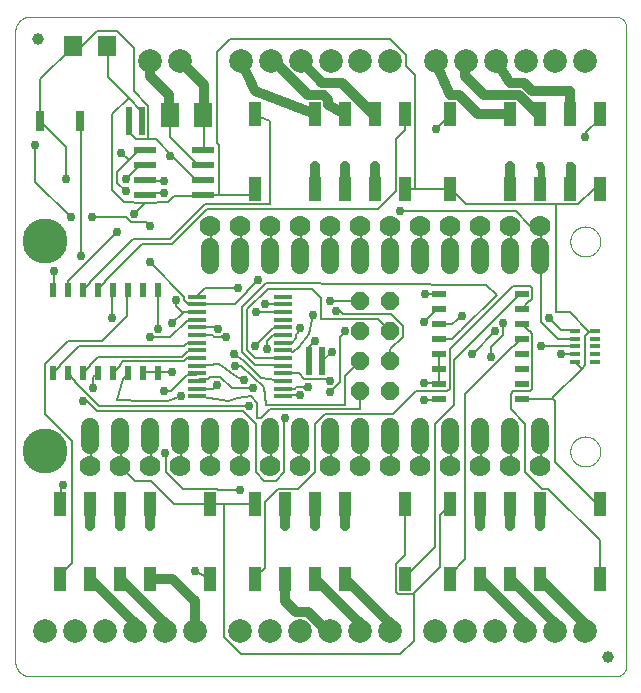
<source format=gtl>
G75*
%MOIN*%
%OFA0B0*%
%FSLAX25Y25*%
%IPPOS*%
%LPD*%
%AMOC8*
5,1,8,0,0,1.08239X$1,22.5*
%
%ADD10C,0.00000*%
%ADD11R,0.01969X0.09449*%
%ADD12R,0.03937X0.07874*%
%ADD13C,0.15000*%
%ADD14C,0.07000*%
%ADD15R,0.06299X0.07098*%
%ADD16R,0.06299X0.07874*%
%ADD17C,0.07874*%
%ADD18C,0.03937*%
%ADD19R,0.02362X0.04724*%
%ADD20R,0.04724X0.02362*%
%ADD21R,0.05906X0.01575*%
%ADD22R,0.07800X0.02200*%
%ADD23OC8,0.06000*%
%ADD24C,0.06000*%
%ADD25R,0.03543X0.01378*%
%ADD26R,0.03150X0.06693*%
%ADD27C,0.00800*%
%ADD28C,0.02978*%
%ADD29C,0.01600*%
%ADD30C,0.03200*%
%ADD31C,0.02400*%
D10*
X0005000Y0006000D02*
X0005000Y0216000D01*
X0005002Y0216139D01*
X0005008Y0216278D01*
X0005018Y0216417D01*
X0005031Y0216555D01*
X0005049Y0216693D01*
X0005070Y0216831D01*
X0005095Y0216968D01*
X0005124Y0217104D01*
X0005157Y0217239D01*
X0005194Y0217373D01*
X0005234Y0217507D01*
X0005278Y0217639D01*
X0005326Y0217769D01*
X0005378Y0217898D01*
X0005433Y0218026D01*
X0005491Y0218152D01*
X0005553Y0218277D01*
X0005619Y0218400D01*
X0005688Y0218521D01*
X0005760Y0218639D01*
X0005836Y0218756D01*
X0005915Y0218871D01*
X0005997Y0218983D01*
X0006082Y0219093D01*
X0006171Y0219201D01*
X0006262Y0219306D01*
X0006356Y0219408D01*
X0006453Y0219508D01*
X0006553Y0219605D01*
X0006655Y0219699D01*
X0006760Y0219790D01*
X0006868Y0219879D01*
X0006978Y0219964D01*
X0007090Y0220046D01*
X0007205Y0220125D01*
X0007322Y0220201D01*
X0007440Y0220273D01*
X0007561Y0220342D01*
X0007684Y0220408D01*
X0007809Y0220470D01*
X0007935Y0220528D01*
X0008063Y0220583D01*
X0008192Y0220635D01*
X0008322Y0220683D01*
X0008454Y0220727D01*
X0008588Y0220767D01*
X0008722Y0220804D01*
X0008857Y0220837D01*
X0008993Y0220866D01*
X0009130Y0220891D01*
X0009268Y0220912D01*
X0009406Y0220930D01*
X0009544Y0220943D01*
X0009683Y0220953D01*
X0009822Y0220959D01*
X0009961Y0220961D01*
X0205000Y0220961D01*
X0205119Y0220959D01*
X0205237Y0220953D01*
X0205355Y0220944D01*
X0205473Y0220931D01*
X0205591Y0220914D01*
X0205707Y0220893D01*
X0205824Y0220868D01*
X0205939Y0220840D01*
X0206053Y0220808D01*
X0206166Y0220772D01*
X0206278Y0220733D01*
X0206389Y0220691D01*
X0206498Y0220644D01*
X0206606Y0220594D01*
X0206712Y0220541D01*
X0206816Y0220485D01*
X0206919Y0220425D01*
X0207019Y0220362D01*
X0207117Y0220295D01*
X0207214Y0220226D01*
X0207308Y0220154D01*
X0207399Y0220078D01*
X0207488Y0220000D01*
X0207575Y0219919D01*
X0207659Y0219835D01*
X0207740Y0219748D01*
X0207818Y0219659D01*
X0207894Y0219568D01*
X0207966Y0219474D01*
X0208035Y0219377D01*
X0208102Y0219279D01*
X0208165Y0219179D01*
X0208225Y0219076D01*
X0208281Y0218972D01*
X0208334Y0218866D01*
X0208384Y0218758D01*
X0208431Y0218649D01*
X0208473Y0218538D01*
X0208512Y0218426D01*
X0208548Y0218313D01*
X0208580Y0218199D01*
X0208608Y0218084D01*
X0208633Y0217967D01*
X0208654Y0217851D01*
X0208671Y0217733D01*
X0208684Y0217615D01*
X0208693Y0217497D01*
X0208699Y0217379D01*
X0208701Y0217260D01*
X0208701Y0004701D01*
X0208699Y0004582D01*
X0208693Y0004464D01*
X0208684Y0004346D01*
X0208671Y0004228D01*
X0208654Y0004110D01*
X0208633Y0003994D01*
X0208608Y0003877D01*
X0208580Y0003762D01*
X0208548Y0003648D01*
X0208512Y0003535D01*
X0208473Y0003423D01*
X0208431Y0003312D01*
X0208384Y0003203D01*
X0208334Y0003095D01*
X0208281Y0002989D01*
X0208225Y0002885D01*
X0208165Y0002782D01*
X0208102Y0002682D01*
X0208035Y0002584D01*
X0207966Y0002487D01*
X0207894Y0002393D01*
X0207818Y0002302D01*
X0207740Y0002213D01*
X0207659Y0002126D01*
X0207575Y0002042D01*
X0207488Y0001961D01*
X0207399Y0001883D01*
X0207308Y0001807D01*
X0207214Y0001735D01*
X0207117Y0001666D01*
X0207019Y0001599D01*
X0206919Y0001536D01*
X0206816Y0001476D01*
X0206712Y0001420D01*
X0206606Y0001367D01*
X0206498Y0001317D01*
X0206389Y0001270D01*
X0206278Y0001228D01*
X0206166Y0001189D01*
X0206053Y0001153D01*
X0205939Y0001121D01*
X0205824Y0001093D01*
X0205707Y0001068D01*
X0205591Y0001047D01*
X0205473Y0001030D01*
X0205355Y0001017D01*
X0205237Y0001008D01*
X0205119Y0001002D01*
X0205000Y0001000D01*
X0010000Y0001000D01*
X0009860Y0001002D01*
X0009720Y0001008D01*
X0009580Y0001018D01*
X0009440Y0001031D01*
X0009301Y0001049D01*
X0009162Y0001071D01*
X0009025Y0001096D01*
X0008887Y0001125D01*
X0008751Y0001158D01*
X0008616Y0001195D01*
X0008482Y0001236D01*
X0008349Y0001281D01*
X0008217Y0001329D01*
X0008087Y0001381D01*
X0007958Y0001436D01*
X0007831Y0001495D01*
X0007705Y0001558D01*
X0007581Y0001624D01*
X0007460Y0001693D01*
X0007340Y0001766D01*
X0007222Y0001843D01*
X0007107Y0001922D01*
X0006993Y0002005D01*
X0006883Y0002091D01*
X0006774Y0002180D01*
X0006668Y0002272D01*
X0006565Y0002367D01*
X0006464Y0002464D01*
X0006367Y0002565D01*
X0006272Y0002668D01*
X0006180Y0002774D01*
X0006091Y0002883D01*
X0006005Y0002993D01*
X0005922Y0003107D01*
X0005843Y0003222D01*
X0005766Y0003340D01*
X0005693Y0003460D01*
X0005624Y0003581D01*
X0005558Y0003705D01*
X0005495Y0003831D01*
X0005436Y0003958D01*
X0005381Y0004087D01*
X0005329Y0004217D01*
X0005281Y0004349D01*
X0005236Y0004482D01*
X0005195Y0004616D01*
X0005158Y0004751D01*
X0005125Y0004887D01*
X0005096Y0005025D01*
X0005071Y0005162D01*
X0005049Y0005301D01*
X0005031Y0005440D01*
X0005018Y0005580D01*
X0005008Y0005720D01*
X0005002Y0005860D01*
X0005000Y0006000D01*
X0190000Y0076000D02*
X0190002Y0076141D01*
X0190008Y0076282D01*
X0190018Y0076422D01*
X0190032Y0076562D01*
X0190050Y0076702D01*
X0190071Y0076841D01*
X0190097Y0076980D01*
X0190126Y0077118D01*
X0190160Y0077254D01*
X0190197Y0077390D01*
X0190238Y0077525D01*
X0190283Y0077659D01*
X0190332Y0077791D01*
X0190384Y0077922D01*
X0190440Y0078051D01*
X0190500Y0078178D01*
X0190563Y0078304D01*
X0190629Y0078428D01*
X0190700Y0078551D01*
X0190773Y0078671D01*
X0190850Y0078789D01*
X0190930Y0078905D01*
X0191014Y0079018D01*
X0191100Y0079129D01*
X0191190Y0079238D01*
X0191283Y0079344D01*
X0191378Y0079447D01*
X0191477Y0079548D01*
X0191578Y0079646D01*
X0191682Y0079741D01*
X0191789Y0079833D01*
X0191898Y0079922D01*
X0192010Y0080007D01*
X0192124Y0080090D01*
X0192240Y0080170D01*
X0192359Y0080246D01*
X0192480Y0080318D01*
X0192602Y0080388D01*
X0192727Y0080453D01*
X0192853Y0080516D01*
X0192981Y0080574D01*
X0193111Y0080629D01*
X0193242Y0080681D01*
X0193375Y0080728D01*
X0193509Y0080772D01*
X0193644Y0080813D01*
X0193780Y0080849D01*
X0193917Y0080881D01*
X0194055Y0080910D01*
X0194193Y0080935D01*
X0194333Y0080955D01*
X0194473Y0080972D01*
X0194613Y0080985D01*
X0194754Y0080994D01*
X0194894Y0080999D01*
X0195035Y0081000D01*
X0195176Y0080997D01*
X0195317Y0080990D01*
X0195457Y0080979D01*
X0195597Y0080964D01*
X0195737Y0080945D01*
X0195876Y0080923D01*
X0196014Y0080896D01*
X0196152Y0080866D01*
X0196288Y0080831D01*
X0196424Y0080793D01*
X0196558Y0080751D01*
X0196692Y0080705D01*
X0196824Y0080656D01*
X0196954Y0080602D01*
X0197083Y0080545D01*
X0197210Y0080485D01*
X0197336Y0080421D01*
X0197459Y0080353D01*
X0197581Y0080282D01*
X0197701Y0080208D01*
X0197818Y0080130D01*
X0197933Y0080049D01*
X0198046Y0079965D01*
X0198157Y0079878D01*
X0198265Y0079787D01*
X0198370Y0079694D01*
X0198473Y0079597D01*
X0198573Y0079498D01*
X0198670Y0079396D01*
X0198764Y0079291D01*
X0198855Y0079184D01*
X0198943Y0079074D01*
X0199028Y0078962D01*
X0199110Y0078847D01*
X0199189Y0078730D01*
X0199264Y0078611D01*
X0199336Y0078490D01*
X0199404Y0078367D01*
X0199469Y0078242D01*
X0199531Y0078115D01*
X0199588Y0077986D01*
X0199643Y0077856D01*
X0199693Y0077725D01*
X0199740Y0077592D01*
X0199783Y0077458D01*
X0199822Y0077322D01*
X0199857Y0077186D01*
X0199889Y0077049D01*
X0199916Y0076911D01*
X0199940Y0076772D01*
X0199960Y0076632D01*
X0199976Y0076492D01*
X0199988Y0076352D01*
X0199996Y0076211D01*
X0200000Y0076070D01*
X0200000Y0075930D01*
X0199996Y0075789D01*
X0199988Y0075648D01*
X0199976Y0075508D01*
X0199960Y0075368D01*
X0199940Y0075228D01*
X0199916Y0075089D01*
X0199889Y0074951D01*
X0199857Y0074814D01*
X0199822Y0074678D01*
X0199783Y0074542D01*
X0199740Y0074408D01*
X0199693Y0074275D01*
X0199643Y0074144D01*
X0199588Y0074014D01*
X0199531Y0073885D01*
X0199469Y0073758D01*
X0199404Y0073633D01*
X0199336Y0073510D01*
X0199264Y0073389D01*
X0199189Y0073270D01*
X0199110Y0073153D01*
X0199028Y0073038D01*
X0198943Y0072926D01*
X0198855Y0072816D01*
X0198764Y0072709D01*
X0198670Y0072604D01*
X0198573Y0072502D01*
X0198473Y0072403D01*
X0198370Y0072306D01*
X0198265Y0072213D01*
X0198157Y0072122D01*
X0198046Y0072035D01*
X0197933Y0071951D01*
X0197818Y0071870D01*
X0197701Y0071792D01*
X0197581Y0071718D01*
X0197459Y0071647D01*
X0197336Y0071579D01*
X0197210Y0071515D01*
X0197083Y0071455D01*
X0196954Y0071398D01*
X0196824Y0071344D01*
X0196692Y0071295D01*
X0196558Y0071249D01*
X0196424Y0071207D01*
X0196288Y0071169D01*
X0196152Y0071134D01*
X0196014Y0071104D01*
X0195876Y0071077D01*
X0195737Y0071055D01*
X0195597Y0071036D01*
X0195457Y0071021D01*
X0195317Y0071010D01*
X0195176Y0071003D01*
X0195035Y0071000D01*
X0194894Y0071001D01*
X0194754Y0071006D01*
X0194613Y0071015D01*
X0194473Y0071028D01*
X0194333Y0071045D01*
X0194193Y0071065D01*
X0194055Y0071090D01*
X0193917Y0071119D01*
X0193780Y0071151D01*
X0193644Y0071187D01*
X0193509Y0071228D01*
X0193375Y0071272D01*
X0193242Y0071319D01*
X0193111Y0071371D01*
X0192981Y0071426D01*
X0192853Y0071484D01*
X0192727Y0071547D01*
X0192602Y0071612D01*
X0192480Y0071682D01*
X0192359Y0071754D01*
X0192240Y0071830D01*
X0192124Y0071910D01*
X0192010Y0071993D01*
X0191898Y0072078D01*
X0191789Y0072167D01*
X0191682Y0072259D01*
X0191578Y0072354D01*
X0191477Y0072452D01*
X0191378Y0072553D01*
X0191283Y0072656D01*
X0191190Y0072762D01*
X0191100Y0072871D01*
X0191014Y0072982D01*
X0190930Y0073095D01*
X0190850Y0073211D01*
X0190773Y0073329D01*
X0190700Y0073449D01*
X0190629Y0073572D01*
X0190563Y0073696D01*
X0190500Y0073822D01*
X0190440Y0073949D01*
X0190384Y0074078D01*
X0190332Y0074209D01*
X0190283Y0074341D01*
X0190238Y0074475D01*
X0190197Y0074610D01*
X0190160Y0074746D01*
X0190126Y0074882D01*
X0190097Y0075020D01*
X0190071Y0075159D01*
X0190050Y0075298D01*
X0190032Y0075438D01*
X0190018Y0075578D01*
X0190008Y0075718D01*
X0190002Y0075859D01*
X0190000Y0076000D01*
X0190000Y0146000D02*
X0190002Y0146141D01*
X0190008Y0146282D01*
X0190018Y0146422D01*
X0190032Y0146562D01*
X0190050Y0146702D01*
X0190071Y0146841D01*
X0190097Y0146980D01*
X0190126Y0147118D01*
X0190160Y0147254D01*
X0190197Y0147390D01*
X0190238Y0147525D01*
X0190283Y0147659D01*
X0190332Y0147791D01*
X0190384Y0147922D01*
X0190440Y0148051D01*
X0190500Y0148178D01*
X0190563Y0148304D01*
X0190629Y0148428D01*
X0190700Y0148551D01*
X0190773Y0148671D01*
X0190850Y0148789D01*
X0190930Y0148905D01*
X0191014Y0149018D01*
X0191100Y0149129D01*
X0191190Y0149238D01*
X0191283Y0149344D01*
X0191378Y0149447D01*
X0191477Y0149548D01*
X0191578Y0149646D01*
X0191682Y0149741D01*
X0191789Y0149833D01*
X0191898Y0149922D01*
X0192010Y0150007D01*
X0192124Y0150090D01*
X0192240Y0150170D01*
X0192359Y0150246D01*
X0192480Y0150318D01*
X0192602Y0150388D01*
X0192727Y0150453D01*
X0192853Y0150516D01*
X0192981Y0150574D01*
X0193111Y0150629D01*
X0193242Y0150681D01*
X0193375Y0150728D01*
X0193509Y0150772D01*
X0193644Y0150813D01*
X0193780Y0150849D01*
X0193917Y0150881D01*
X0194055Y0150910D01*
X0194193Y0150935D01*
X0194333Y0150955D01*
X0194473Y0150972D01*
X0194613Y0150985D01*
X0194754Y0150994D01*
X0194894Y0150999D01*
X0195035Y0151000D01*
X0195176Y0150997D01*
X0195317Y0150990D01*
X0195457Y0150979D01*
X0195597Y0150964D01*
X0195737Y0150945D01*
X0195876Y0150923D01*
X0196014Y0150896D01*
X0196152Y0150866D01*
X0196288Y0150831D01*
X0196424Y0150793D01*
X0196558Y0150751D01*
X0196692Y0150705D01*
X0196824Y0150656D01*
X0196954Y0150602D01*
X0197083Y0150545D01*
X0197210Y0150485D01*
X0197336Y0150421D01*
X0197459Y0150353D01*
X0197581Y0150282D01*
X0197701Y0150208D01*
X0197818Y0150130D01*
X0197933Y0150049D01*
X0198046Y0149965D01*
X0198157Y0149878D01*
X0198265Y0149787D01*
X0198370Y0149694D01*
X0198473Y0149597D01*
X0198573Y0149498D01*
X0198670Y0149396D01*
X0198764Y0149291D01*
X0198855Y0149184D01*
X0198943Y0149074D01*
X0199028Y0148962D01*
X0199110Y0148847D01*
X0199189Y0148730D01*
X0199264Y0148611D01*
X0199336Y0148490D01*
X0199404Y0148367D01*
X0199469Y0148242D01*
X0199531Y0148115D01*
X0199588Y0147986D01*
X0199643Y0147856D01*
X0199693Y0147725D01*
X0199740Y0147592D01*
X0199783Y0147458D01*
X0199822Y0147322D01*
X0199857Y0147186D01*
X0199889Y0147049D01*
X0199916Y0146911D01*
X0199940Y0146772D01*
X0199960Y0146632D01*
X0199976Y0146492D01*
X0199988Y0146352D01*
X0199996Y0146211D01*
X0200000Y0146070D01*
X0200000Y0145930D01*
X0199996Y0145789D01*
X0199988Y0145648D01*
X0199976Y0145508D01*
X0199960Y0145368D01*
X0199940Y0145228D01*
X0199916Y0145089D01*
X0199889Y0144951D01*
X0199857Y0144814D01*
X0199822Y0144678D01*
X0199783Y0144542D01*
X0199740Y0144408D01*
X0199693Y0144275D01*
X0199643Y0144144D01*
X0199588Y0144014D01*
X0199531Y0143885D01*
X0199469Y0143758D01*
X0199404Y0143633D01*
X0199336Y0143510D01*
X0199264Y0143389D01*
X0199189Y0143270D01*
X0199110Y0143153D01*
X0199028Y0143038D01*
X0198943Y0142926D01*
X0198855Y0142816D01*
X0198764Y0142709D01*
X0198670Y0142604D01*
X0198573Y0142502D01*
X0198473Y0142403D01*
X0198370Y0142306D01*
X0198265Y0142213D01*
X0198157Y0142122D01*
X0198046Y0142035D01*
X0197933Y0141951D01*
X0197818Y0141870D01*
X0197701Y0141792D01*
X0197581Y0141718D01*
X0197459Y0141647D01*
X0197336Y0141579D01*
X0197210Y0141515D01*
X0197083Y0141455D01*
X0196954Y0141398D01*
X0196824Y0141344D01*
X0196692Y0141295D01*
X0196558Y0141249D01*
X0196424Y0141207D01*
X0196288Y0141169D01*
X0196152Y0141134D01*
X0196014Y0141104D01*
X0195876Y0141077D01*
X0195737Y0141055D01*
X0195597Y0141036D01*
X0195457Y0141021D01*
X0195317Y0141010D01*
X0195176Y0141003D01*
X0195035Y0141000D01*
X0194894Y0141001D01*
X0194754Y0141006D01*
X0194613Y0141015D01*
X0194473Y0141028D01*
X0194333Y0141045D01*
X0194193Y0141065D01*
X0194055Y0141090D01*
X0193917Y0141119D01*
X0193780Y0141151D01*
X0193644Y0141187D01*
X0193509Y0141228D01*
X0193375Y0141272D01*
X0193242Y0141319D01*
X0193111Y0141371D01*
X0192981Y0141426D01*
X0192853Y0141484D01*
X0192727Y0141547D01*
X0192602Y0141612D01*
X0192480Y0141682D01*
X0192359Y0141754D01*
X0192240Y0141830D01*
X0192124Y0141910D01*
X0192010Y0141993D01*
X0191898Y0142078D01*
X0191789Y0142167D01*
X0191682Y0142259D01*
X0191578Y0142354D01*
X0191477Y0142452D01*
X0191378Y0142553D01*
X0191283Y0142656D01*
X0191190Y0142762D01*
X0191100Y0142871D01*
X0191014Y0142982D01*
X0190930Y0143095D01*
X0190850Y0143211D01*
X0190773Y0143329D01*
X0190700Y0143449D01*
X0190629Y0143572D01*
X0190563Y0143696D01*
X0190500Y0143822D01*
X0190440Y0143949D01*
X0190384Y0144078D01*
X0190332Y0144209D01*
X0190283Y0144341D01*
X0190238Y0144475D01*
X0190197Y0144610D01*
X0190160Y0144746D01*
X0190126Y0144882D01*
X0190097Y0145020D01*
X0190071Y0145159D01*
X0190050Y0145298D01*
X0190032Y0145438D01*
X0190018Y0145578D01*
X0190008Y0145718D01*
X0190002Y0145859D01*
X0190000Y0146000D01*
D11*
X0107165Y0106000D03*
X0102835Y0106000D03*
X0047165Y0186000D03*
X0042835Y0186000D03*
D12*
X0085000Y0188382D03*
X0105000Y0188382D03*
X0115000Y0188382D03*
X0125000Y0188382D03*
X0135000Y0188382D03*
X0150000Y0188382D03*
X0170000Y0188382D03*
X0180000Y0188382D03*
X0190000Y0188382D03*
X0200000Y0188382D03*
X0200000Y0163618D03*
X0190000Y0163618D03*
X0180000Y0163618D03*
X0170000Y0163618D03*
X0150000Y0163618D03*
X0135000Y0163618D03*
X0125000Y0163618D03*
X0115000Y0163618D03*
X0105000Y0163618D03*
X0085000Y0163618D03*
X0085000Y0058382D03*
X0095000Y0058382D03*
X0105000Y0058382D03*
X0115000Y0058382D03*
X0135000Y0058382D03*
X0150000Y0058382D03*
X0160000Y0058382D03*
X0170000Y0058382D03*
X0180000Y0058382D03*
X0200000Y0058382D03*
X0200000Y0033618D03*
X0180000Y0033618D03*
X0170000Y0033618D03*
X0160000Y0033618D03*
X0150000Y0033618D03*
X0135000Y0033618D03*
X0115000Y0033618D03*
X0105000Y0033618D03*
X0095000Y0033618D03*
X0085000Y0033618D03*
X0070000Y0033618D03*
X0050000Y0033618D03*
X0040000Y0033618D03*
X0030000Y0033618D03*
X0020000Y0033618D03*
X0020000Y0058382D03*
X0030000Y0058382D03*
X0040000Y0058382D03*
X0050000Y0058382D03*
X0070000Y0058382D03*
D13*
X0015000Y0076000D03*
X0015000Y0146000D03*
D14*
X0070000Y0151000D03*
X0080000Y0151000D03*
X0090000Y0151000D03*
X0100000Y0151000D03*
X0110000Y0151000D03*
X0120000Y0151000D03*
X0130000Y0151000D03*
X0140000Y0151000D03*
X0150000Y0151000D03*
X0160000Y0151000D03*
X0170000Y0151000D03*
X0180000Y0151000D03*
X0180000Y0071000D03*
X0170000Y0071000D03*
X0160000Y0071000D03*
X0150000Y0071000D03*
X0140000Y0071000D03*
X0130000Y0071000D03*
X0120000Y0071000D03*
X0110000Y0071000D03*
X0100000Y0071000D03*
X0090000Y0071000D03*
X0080000Y0071000D03*
X0070000Y0071000D03*
X0060000Y0071000D03*
X0050000Y0071000D03*
X0040000Y0071000D03*
X0030000Y0071000D03*
D15*
X0024402Y0211000D03*
X0035598Y0211000D03*
D16*
X0056488Y0188000D03*
X0067512Y0188000D03*
D17*
X0060000Y0206000D03*
X0050000Y0206000D03*
X0080118Y0206000D03*
X0090118Y0206000D03*
X0100118Y0206000D03*
X0110118Y0206000D03*
X0120000Y0206000D03*
X0130000Y0206000D03*
X0145118Y0206000D03*
X0155118Y0206000D03*
X0165118Y0206000D03*
X0175118Y0206000D03*
X0185000Y0206000D03*
X0195000Y0206000D03*
X0194882Y0016000D03*
X0184882Y0016000D03*
X0174882Y0016000D03*
X0164882Y0016000D03*
X0155000Y0016000D03*
X0145000Y0016000D03*
X0129882Y0016000D03*
X0119882Y0016000D03*
X0109882Y0016000D03*
X0099882Y0016000D03*
X0090000Y0016000D03*
X0080000Y0016000D03*
X0064882Y0016000D03*
X0054882Y0016000D03*
X0044882Y0016000D03*
X0034882Y0016000D03*
X0025000Y0016000D03*
X0015000Y0016000D03*
D18*
X0202500Y0007500D03*
X0012500Y0213500D03*
D19*
X0017500Y0129780D03*
X0022500Y0129780D03*
X0027500Y0129780D03*
X0032500Y0129780D03*
X0037500Y0129780D03*
X0042500Y0129780D03*
X0047500Y0129780D03*
X0052500Y0129780D03*
X0052500Y0102220D03*
X0047500Y0102220D03*
X0042500Y0102220D03*
X0037500Y0102220D03*
X0032500Y0102220D03*
X0027500Y0102220D03*
X0022500Y0102220D03*
X0017500Y0102220D03*
D20*
X0146220Y0103500D03*
X0146220Y0098500D03*
X0146220Y0093500D03*
X0146220Y0108500D03*
X0146220Y0113500D03*
X0146220Y0118500D03*
X0146220Y0123500D03*
X0146220Y0128500D03*
X0173780Y0128500D03*
X0173780Y0123500D03*
X0173780Y0118500D03*
X0173780Y0113500D03*
X0173780Y0108500D03*
X0173780Y0103500D03*
X0173780Y0098500D03*
X0173780Y0093500D03*
D21*
X0094272Y0094366D03*
X0094272Y0096925D03*
X0094272Y0099484D03*
X0094272Y0102043D03*
X0094272Y0104602D03*
X0094272Y0107161D03*
X0094272Y0109720D03*
X0094272Y0112280D03*
X0094272Y0114839D03*
X0094272Y0117398D03*
X0094272Y0119957D03*
X0094272Y0122516D03*
X0094272Y0125075D03*
X0094272Y0127634D03*
X0065728Y0127634D03*
X0065728Y0125075D03*
X0065728Y0122516D03*
X0065728Y0119957D03*
X0065728Y0117398D03*
X0065728Y0114839D03*
X0065728Y0112280D03*
X0065728Y0109720D03*
X0065728Y0107161D03*
X0065728Y0104602D03*
X0065728Y0102043D03*
X0065728Y0099484D03*
X0065728Y0096925D03*
X0065728Y0094366D03*
D22*
X0067700Y0161500D03*
X0067700Y0166500D03*
X0067700Y0171500D03*
X0067700Y0176500D03*
X0048300Y0176500D03*
X0048300Y0171500D03*
X0048300Y0166500D03*
X0048300Y0161500D03*
D23*
X0120000Y0126000D03*
X0120000Y0116000D03*
X0130000Y0116000D03*
X0130000Y0126000D03*
X0130000Y0106000D03*
X0130000Y0096000D03*
X0120000Y0096000D03*
X0120000Y0106000D03*
D24*
X0120000Y0084000D02*
X0120000Y0078000D01*
X0130000Y0078000D02*
X0130000Y0084000D01*
X0140000Y0084000D02*
X0140000Y0078000D01*
X0150000Y0078000D02*
X0150000Y0084000D01*
X0160000Y0084000D02*
X0160000Y0078000D01*
X0170000Y0078000D02*
X0170000Y0084000D01*
X0180000Y0084000D02*
X0180000Y0078000D01*
X0180000Y0138000D02*
X0180000Y0144000D01*
X0170000Y0144000D02*
X0170000Y0138000D01*
X0160000Y0138000D02*
X0160000Y0144000D01*
X0150000Y0144000D02*
X0150000Y0138000D01*
X0140000Y0138000D02*
X0140000Y0144000D01*
X0130000Y0144000D02*
X0130000Y0138000D01*
X0120000Y0138000D02*
X0120000Y0144000D01*
X0110000Y0144000D02*
X0110000Y0138000D01*
X0100000Y0138000D02*
X0100000Y0144000D01*
X0090000Y0144000D02*
X0090000Y0138000D01*
X0080000Y0138000D02*
X0080000Y0144000D01*
X0070000Y0144000D02*
X0070000Y0138000D01*
X0070000Y0084000D02*
X0070000Y0078000D01*
X0060000Y0078000D02*
X0060000Y0084000D01*
X0050000Y0084000D02*
X0050000Y0078000D01*
X0040000Y0078000D02*
X0040000Y0084000D01*
X0030000Y0084000D02*
X0030000Y0078000D01*
X0080000Y0078000D02*
X0080000Y0084000D01*
X0090000Y0084000D02*
X0090000Y0078000D01*
X0100000Y0078000D02*
X0100000Y0084000D01*
X0110000Y0084000D02*
X0110000Y0078000D01*
D25*
X0191654Y0105961D03*
X0191654Y0108480D03*
X0191654Y0111000D03*
X0191654Y0113520D03*
X0191654Y0116039D03*
X0198346Y0116039D03*
X0198346Y0113520D03*
X0198346Y0111000D03*
X0198346Y0108480D03*
X0198346Y0105961D03*
D26*
X0026693Y0186000D03*
X0013307Y0186000D03*
D27*
X0013400Y0186000D01*
X0021800Y0177600D01*
X0021800Y0166800D01*
X0011511Y0165989D02*
X0011511Y0178000D01*
X0013400Y0186000D02*
X0013400Y0200000D01*
X0024200Y0210800D01*
X0024402Y0211000D01*
X0024600Y0211200D01*
X0027400Y0211200D01*
X0032200Y0216000D01*
X0039000Y0216000D01*
X0044600Y0210400D01*
X0044600Y0196000D01*
X0049400Y0191200D01*
X0049400Y0180000D01*
X0051800Y0180000D01*
X0057200Y0174600D01*
X0057000Y0174400D01*
X0056600Y0174400D01*
X0057200Y0174600D02*
X0065000Y0166800D01*
X0067400Y0166800D01*
X0067700Y0166500D01*
X0067700Y0171500D02*
X0067400Y0171600D01*
X0065800Y0171600D01*
X0056600Y0180800D01*
X0056600Y0188000D01*
X0056488Y0188000D01*
X0056200Y0188000D01*
X0049400Y0180000D02*
X0045400Y0180000D01*
X0043000Y0182400D01*
X0043000Y0186000D01*
X0042835Y0186000D01*
X0047000Y0186000D02*
X0047000Y0189600D01*
X0042800Y0193800D01*
X0037400Y0188400D01*
X0037400Y0163200D01*
X0041400Y0159200D01*
X0048100Y0158700D01*
X0044600Y0155100D01*
X0043486Y0152411D02*
X0041897Y0154000D01*
X0030500Y0154000D01*
X0023500Y0154000D02*
X0011511Y0165989D01*
X0026693Y0186000D02*
X0027000Y0186000D01*
X0027000Y0141200D01*
X0029800Y0132400D02*
X0044200Y0146800D01*
X0056600Y0146800D01*
X0067900Y0158100D01*
X0068037Y0158100D01*
X0068337Y0158400D01*
X0090000Y0158400D01*
X0090000Y0186000D01*
X0085000Y0188000D01*
X0085000Y0188382D01*
X0073000Y0178000D02*
X0073000Y0161600D01*
X0067800Y0161600D01*
X0067700Y0161500D01*
X0067400Y0161200D01*
X0057800Y0161200D01*
X0055800Y0159200D01*
X0048100Y0158700D01*
X0048300Y0161500D02*
X0048600Y0161600D01*
X0049000Y0162000D01*
X0054600Y0162000D01*
X0054600Y0166000D02*
X0049000Y0166000D01*
X0048600Y0166400D01*
X0048300Y0166500D01*
X0048200Y0171200D02*
X0048300Y0171500D01*
X0048200Y0171200D02*
X0046200Y0171200D01*
X0041800Y0166800D01*
X0039000Y0165600D02*
X0041800Y0162800D01*
X0039000Y0165600D02*
X0039000Y0169200D01*
X0042800Y0173000D01*
X0040200Y0175600D01*
X0042800Y0173000D02*
X0046200Y0176400D01*
X0048200Y0176400D01*
X0048300Y0176500D01*
X0047165Y0186000D02*
X0047000Y0186000D01*
X0042800Y0193800D02*
X0035800Y0200800D01*
X0035800Y0210800D01*
X0035598Y0211000D01*
X0067400Y0188000D02*
X0067512Y0188000D01*
X0067800Y0188000D01*
X0067800Y0176800D01*
X0067700Y0176500D01*
X0072200Y0178800D02*
X0073000Y0178000D01*
X0072200Y0178800D02*
X0072200Y0209200D01*
X0076600Y0213600D01*
X0129800Y0213600D01*
X0135400Y0208000D01*
X0135400Y0204400D01*
X0138200Y0201600D01*
X0138200Y0163600D01*
X0135000Y0163600D01*
X0135000Y0163618D01*
X0138200Y0163600D02*
X0149800Y0163600D01*
X0150000Y0163618D01*
X0150200Y0163600D01*
X0155400Y0158400D01*
X0185400Y0158400D01*
X0185400Y0122400D01*
X0189800Y0122400D01*
X0196400Y0115800D01*
X0196600Y0116000D01*
X0198200Y0116000D01*
X0198346Y0116039D01*
X0196400Y0115800D02*
X0195000Y0114400D01*
X0195000Y0104800D01*
X0193800Y0103600D01*
X0191800Y0105600D01*
X0191654Y0105961D01*
X0191400Y0108400D02*
X0191654Y0108480D01*
X0191400Y0108400D02*
X0187000Y0108400D01*
X0191400Y0111200D02*
X0191654Y0111000D01*
X0191400Y0111200D02*
X0180200Y0111200D01*
X0177400Y0115200D02*
X0177400Y0096800D01*
X0176600Y0096000D01*
X0171000Y0096000D01*
X0170200Y0095200D01*
X0170200Y0090000D01*
X0175000Y0085200D01*
X0175000Y0069200D01*
X0180600Y0063600D01*
X0182600Y0063600D01*
X0199800Y0046400D01*
X0199800Y0034000D01*
X0200000Y0033618D01*
X0200000Y0058382D02*
X0199800Y0058400D01*
X0199000Y0058400D01*
X0185000Y0072400D01*
X0185000Y0092800D01*
X0184000Y0093800D01*
X0183800Y0093600D01*
X0173800Y0093600D01*
X0173780Y0093500D01*
X0184000Y0093800D02*
X0193800Y0103600D01*
X0191654Y0113520D02*
X0191400Y0113600D01*
X0185800Y0113600D01*
X0180200Y0119200D01*
X0180200Y0140800D01*
X0180000Y0141000D01*
X0180200Y0141200D01*
X0180200Y0150800D01*
X0180000Y0151000D01*
X0179800Y0151200D01*
X0176600Y0151200D01*
X0171800Y0156000D01*
X0133400Y0156000D01*
X0130000Y0151000D02*
X0130200Y0150800D01*
X0130200Y0141200D01*
X0130000Y0141000D01*
X0120200Y0141200D02*
X0120200Y0150800D01*
X0120000Y0151000D01*
X0125800Y0156800D02*
X0131800Y0162800D01*
X0131800Y0180000D01*
X0135000Y0183200D01*
X0135000Y0188382D01*
X0145400Y0183600D02*
X0149800Y0188000D01*
X0150000Y0188382D01*
X0125800Y0156800D02*
X0069000Y0156800D01*
X0057400Y0145200D01*
X0047400Y0145200D01*
X0035000Y0132800D01*
X0035000Y0132400D01*
X0032600Y0130000D01*
X0032500Y0129780D01*
X0029800Y0132000D02*
X0029800Y0132400D01*
X0029800Y0132000D02*
X0027800Y0130000D01*
X0027500Y0129780D01*
X0022600Y0130000D02*
X0022500Y0129780D01*
X0022600Y0130000D02*
X0022600Y0132800D01*
X0039000Y0149200D01*
X0043486Y0152411D02*
X0048589Y0152411D01*
X0050000Y0151000D01*
X0049800Y0139200D02*
X0061400Y0127600D01*
X0061400Y0126400D01*
X0062600Y0125200D01*
X0065400Y0125200D01*
X0065728Y0125075D01*
X0065800Y0125200D01*
X0078200Y0125200D01*
X0082200Y0129200D01*
X0082200Y0129600D01*
X0085800Y0133200D01*
X0088600Y0132000D02*
X0080600Y0124000D01*
X0080600Y0109200D01*
X0085000Y0104800D01*
X0094200Y0104800D01*
X0094272Y0104602D01*
X0094272Y0107161D02*
X0084901Y0107161D01*
X0082200Y0109863D01*
X0082200Y0123337D01*
X0089158Y0130295D01*
X0103995Y0130295D01*
X0107000Y0127290D01*
X0107000Y0120000D01*
X0118060Y0120000D01*
X0118260Y0120200D01*
X0125800Y0120200D01*
X0130000Y0116000D01*
X0134200Y0117740D02*
X0130140Y0121800D01*
X0114200Y0121800D01*
X0113311Y0122689D01*
X0112032Y0122689D01*
X0110000Y0126000D02*
X0120000Y0126000D01*
X0115000Y0116000D02*
X0113289Y0114289D01*
X0113289Y0099286D01*
X0110914Y0096911D01*
X0110900Y0096911D01*
X0109750Y0095761D01*
X0109800Y0099600D02*
X0109324Y0100076D01*
X0101353Y0100076D01*
X0099429Y0102000D01*
X0094600Y0102000D01*
X0094272Y0102043D01*
X0094200Y0099600D02*
X0094272Y0099484D01*
X0094200Y0099600D02*
X0086800Y0100600D01*
X0081400Y0106000D01*
X0077800Y0108500D01*
X0078400Y0104403D02*
X0080314Y0104489D01*
X0087777Y0097489D01*
X0088666Y0091600D01*
X0115000Y0091600D01*
X0115000Y0101000D01*
X0120000Y0106000D01*
X0120000Y0096000D02*
X0120000Y0090000D01*
X0090060Y0090000D01*
X0087060Y0087000D01*
X0086000Y0087000D01*
X0085689Y0087311D01*
X0085689Y0092314D01*
X0083614Y0094389D01*
X0079308Y0093889D01*
X0075831Y0092866D01*
X0065728Y0094366D01*
X0065800Y0094000D01*
X0065800Y0096800D02*
X0065728Y0096925D01*
X0070922Y0096925D01*
X0072249Y0098251D01*
X0073362Y0100940D02*
X0070060Y0100940D01*
X0070000Y0101000D01*
X0069881Y0100881D01*
X0069881Y0100759D01*
X0069178Y0100056D01*
X0066300Y0100056D01*
X0065728Y0099484D01*
X0065157Y0101472D02*
X0062279Y0101472D01*
X0056807Y0096000D01*
X0054711Y0096000D01*
X0056000Y0092900D02*
X0060200Y0094600D01*
X0056000Y0092900D02*
X0048300Y0092900D01*
X0039000Y0093200D01*
X0041000Y0100100D01*
X0042600Y0102000D01*
X0042500Y0102220D01*
X0039800Y0104800D02*
X0041000Y0106000D01*
X0061263Y0106000D01*
X0062631Y0107369D01*
X0065521Y0107369D01*
X0065728Y0107161D01*
X0065400Y0109600D02*
X0065728Y0109720D01*
X0065400Y0109600D02*
X0062600Y0109600D01*
X0060600Y0107600D01*
X0032600Y0107600D01*
X0029800Y0104800D01*
X0029800Y0104400D01*
X0027800Y0102400D01*
X0027500Y0102220D01*
X0031001Y0100722D02*
X0031001Y0097001D01*
X0031001Y0100722D02*
X0032500Y0102220D01*
X0032600Y0102000D01*
X0037500Y0102220D02*
X0037800Y0102400D01*
X0039800Y0104400D01*
X0039800Y0104800D01*
X0033800Y0112800D02*
X0022600Y0112800D01*
X0015000Y0105200D01*
X0015000Y0088400D01*
X0023800Y0079600D01*
X0023800Y0038800D01*
X0020200Y0035200D01*
X0020200Y0034000D01*
X0020000Y0033618D01*
X0020000Y0058382D02*
X0020200Y0058400D01*
X0020200Y0064000D01*
X0021000Y0064800D01*
X0030000Y0071000D02*
X0030200Y0071200D01*
X0030200Y0080800D01*
X0030000Y0081000D01*
X0032337Y0089600D02*
X0080797Y0089600D01*
X0085300Y0085097D01*
X0085300Y0069053D01*
X0088053Y0066300D01*
X0091947Y0066300D01*
X0094700Y0069053D01*
X0094700Y0087011D01*
X0095000Y0087311D01*
X0094272Y0094366D02*
X0094600Y0094400D01*
X0095000Y0094800D01*
X0099800Y0094800D01*
X0098122Y0096925D02*
X0094272Y0096925D01*
X0094200Y0097200D01*
X0098122Y0096925D02*
X0098686Y0097489D01*
X0100914Y0097489D01*
X0101478Y0096925D01*
X0102095Y0096925D01*
X0102556Y0097387D01*
X0102835Y0106000D02*
X0103000Y0106000D01*
X0103000Y0110800D01*
X0105000Y0112800D01*
X0102924Y0115113D02*
X0099424Y0110995D01*
X0097721Y0109292D01*
X0094892Y0109792D01*
X0094600Y0110000D01*
X0094272Y0109720D01*
X0094200Y0107200D02*
X0094272Y0107161D01*
X0094272Y0112280D02*
X0097150Y0112280D01*
X0098705Y0113835D01*
X0098705Y0115157D01*
X0099139Y0115590D01*
X0099357Y0115977D01*
X0099591Y0116042D01*
X0099762Y0116213D01*
X0100000Y0116213D01*
X0100000Y0117302D01*
X0102924Y0115113D02*
X0104311Y0121500D01*
X0094600Y0112400D02*
X0094272Y0112280D01*
X0094200Y0114800D02*
X0091000Y0114800D01*
X0089000Y0112800D01*
X0089000Y0110000D01*
X0085000Y0111200D02*
X0091000Y0117200D01*
X0094200Y0117200D01*
X0094272Y0117398D01*
X0094272Y0114839D02*
X0094200Y0114800D01*
X0094200Y0122400D02*
X0085400Y0122400D01*
X0088200Y0125200D02*
X0094200Y0125200D01*
X0094272Y0125075D01*
X0094272Y0122516D02*
X0094200Y0122400D01*
X0088600Y0132000D02*
X0162000Y0131500D01*
X0165500Y0128000D01*
X0153500Y0116500D01*
X0150500Y0113500D01*
X0146220Y0113500D01*
X0146200Y0113600D01*
X0146220Y0118500D02*
X0150500Y0118500D01*
X0150501Y0118501D01*
X0154001Y0121000D01*
X0146200Y0123200D02*
X0146220Y0123500D01*
X0146200Y0123200D02*
X0145400Y0123200D01*
X0141400Y0119200D01*
X0134200Y0117740D02*
X0134200Y0114260D01*
X0130000Y0110060D01*
X0130000Y0106000D01*
X0138600Y0096000D02*
X0131000Y0088400D01*
X0108200Y0088400D01*
X0105000Y0085200D01*
X0105000Y0069200D01*
X0099400Y0063600D01*
X0092600Y0063600D01*
X0088200Y0059200D01*
X0088200Y0037200D01*
X0085000Y0034000D01*
X0085000Y0033618D01*
X0070000Y0033618D02*
X0065000Y0036000D01*
X0069800Y0034000D02*
X0070000Y0033618D01*
X0074600Y0014000D02*
X0074600Y0058400D01*
X0070200Y0058400D01*
X0070000Y0058382D01*
X0069800Y0058400D01*
X0057800Y0058400D01*
X0050200Y0066000D01*
X0045000Y0066000D01*
X0040000Y0071000D01*
X0040200Y0071200D01*
X0040200Y0080800D01*
X0040000Y0081000D01*
X0050000Y0081000D02*
X0050200Y0080800D01*
X0050200Y0071200D01*
X0050000Y0071000D01*
X0055300Y0069053D02*
X0060834Y0063519D01*
X0072466Y0063519D01*
X0072673Y0063311D01*
X0080000Y0063311D01*
X0085000Y0058400D02*
X0085000Y0058382D01*
X0085000Y0058400D02*
X0074600Y0058400D01*
X0070000Y0071000D02*
X0070200Y0071200D01*
X0070200Y0080800D01*
X0070000Y0081000D01*
X0060200Y0080800D02*
X0060200Y0071200D01*
X0060000Y0071000D01*
X0055300Y0069053D02*
X0055300Y0075220D01*
X0055000Y0075520D01*
X0060200Y0080800D02*
X0060000Y0081000D01*
X0077293Y0097010D02*
X0073362Y0100940D01*
X0072898Y0105102D02*
X0078801Y0100699D01*
X0081301Y0099699D01*
X0082569Y0097163D02*
X0082415Y0097010D01*
X0077293Y0097010D01*
X0082569Y0097163D02*
X0084193Y0097163D01*
X0083000Y0091200D02*
X0033000Y0091200D01*
X0025000Y0099200D01*
X0025000Y0099600D01*
X0022600Y0102000D01*
X0022500Y0102220D01*
X0019800Y0104400D02*
X0019800Y0104800D01*
X0026200Y0111200D01*
X0061400Y0111200D01*
X0062200Y0112000D01*
X0065400Y0112000D01*
X0065728Y0112280D01*
X0065728Y0114839D02*
X0070770Y0114839D01*
X0071386Y0114222D01*
X0073614Y0114222D01*
X0074230Y0114839D01*
X0074537Y0114839D01*
X0075154Y0114222D01*
X0072500Y0116911D02*
X0072013Y0117398D01*
X0065728Y0117398D01*
X0065400Y0119600D02*
X0065728Y0119957D01*
X0065400Y0119600D02*
X0062200Y0119600D01*
X0056600Y0114000D01*
X0049800Y0114000D01*
X0052600Y0116800D02*
X0052600Y0129600D01*
X0052500Y0129780D01*
X0058600Y0126400D02*
X0058600Y0124400D01*
X0060800Y0122200D01*
X0061000Y0122400D01*
X0065400Y0122400D01*
X0065728Y0122516D01*
X0065728Y0127634D02*
X0065800Y0128000D01*
X0068200Y0130400D01*
X0079400Y0130400D01*
X0080000Y0141000D02*
X0080200Y0141200D01*
X0080200Y0150800D01*
X0080000Y0151000D01*
X0090000Y0151000D02*
X0090200Y0150800D01*
X0090200Y0141200D01*
X0090000Y0141000D01*
X0100000Y0141000D02*
X0100200Y0141200D01*
X0100200Y0150800D01*
X0100000Y0151000D01*
X0110000Y0151000D02*
X0110200Y0150800D01*
X0110200Y0141200D01*
X0110000Y0141000D01*
X0120000Y0141000D02*
X0120200Y0141200D01*
X0140000Y0141000D02*
X0140200Y0141200D01*
X0140200Y0150800D01*
X0140000Y0151000D01*
X0150000Y0151000D02*
X0150200Y0150800D01*
X0150200Y0141200D01*
X0150000Y0141000D01*
X0160000Y0141000D02*
X0160200Y0141200D01*
X0160200Y0150800D01*
X0160000Y0151000D01*
X0170000Y0151000D02*
X0170200Y0150800D01*
X0170200Y0141200D01*
X0170000Y0141000D01*
X0171000Y0131200D02*
X0149800Y0110000D01*
X0149800Y0096800D01*
X0149000Y0096000D01*
X0138600Y0096000D01*
X0141400Y0098800D02*
X0146200Y0098800D01*
X0146220Y0098500D01*
X0146200Y0099200D01*
X0146200Y0103200D01*
X0146220Y0103500D01*
X0146200Y0103600D01*
X0146200Y0108400D01*
X0146220Y0108500D01*
X0151400Y0106400D02*
X0151400Y0091600D01*
X0145000Y0085200D01*
X0145000Y0044000D01*
X0135000Y0034000D01*
X0135000Y0033618D01*
X0131800Y0029200D02*
X0132600Y0028400D01*
X0137400Y0028400D01*
X0137600Y0028600D01*
X0137800Y0028400D01*
X0137800Y0012800D01*
X0133400Y0008400D01*
X0080200Y0008400D01*
X0074600Y0014000D01*
X0080000Y0071000D02*
X0080200Y0071200D01*
X0080200Y0080800D01*
X0080000Y0081000D01*
X0090000Y0081000D02*
X0090200Y0080800D01*
X0090200Y0071200D01*
X0090000Y0071000D01*
X0100000Y0071000D02*
X0100200Y0071200D01*
X0100200Y0080800D01*
X0100000Y0081000D01*
X0110000Y0081000D02*
X0110200Y0080800D01*
X0110200Y0071200D01*
X0110000Y0071000D01*
X0120000Y0071000D02*
X0120200Y0071200D01*
X0120200Y0080800D01*
X0120000Y0081000D01*
X0130000Y0081000D02*
X0130200Y0080800D01*
X0130200Y0071200D01*
X0130000Y0071000D01*
X0140000Y0071000D02*
X0140200Y0071200D01*
X0140200Y0080800D01*
X0140000Y0081000D01*
X0150000Y0081000D02*
X0150200Y0080800D01*
X0150200Y0071200D01*
X0150000Y0071000D01*
X0160000Y0071000D02*
X0160200Y0071200D01*
X0160200Y0080800D01*
X0160000Y0081000D01*
X0170000Y0081000D02*
X0170200Y0080800D01*
X0170200Y0071200D01*
X0170000Y0071000D01*
X0180000Y0071000D02*
X0180200Y0071200D01*
X0180200Y0080800D01*
X0180000Y0081000D01*
X0155000Y0095200D02*
X0155000Y0040000D01*
X0150200Y0035200D01*
X0150200Y0034000D01*
X0150000Y0033618D01*
X0146600Y0037600D02*
X0146600Y0054800D01*
X0149800Y0058000D01*
X0150000Y0058382D01*
X0135000Y0058382D02*
X0135000Y0041600D01*
X0131800Y0038400D01*
X0131800Y0029200D01*
X0137600Y0028600D02*
X0146600Y0037600D01*
X0146200Y0093200D02*
X0141400Y0093200D01*
X0146200Y0093200D02*
X0146220Y0093500D01*
X0155000Y0095200D02*
X0171000Y0111200D01*
X0171400Y0111200D01*
X0173400Y0113200D01*
X0173780Y0113500D01*
X0176200Y0116000D02*
X0173800Y0118400D01*
X0173780Y0118500D01*
X0176200Y0116000D02*
X0176600Y0116000D01*
X0177400Y0115200D01*
X0183000Y0120400D02*
X0187000Y0116400D01*
X0191400Y0116400D01*
X0191654Y0116039D01*
X0177400Y0126800D02*
X0176600Y0126000D01*
X0176200Y0126000D01*
X0173800Y0123600D01*
X0173780Y0123500D01*
X0177400Y0126800D02*
X0177400Y0130400D01*
X0176600Y0131200D01*
X0171000Y0131200D01*
X0173400Y0128400D02*
X0173780Y0128500D01*
X0173400Y0128400D02*
X0151400Y0106400D01*
X0157314Y0108511D02*
X0157511Y0108511D01*
X0165000Y0116000D01*
X0167573Y0117230D02*
X0167573Y0118770D01*
X0167573Y0117230D02*
X0167689Y0117114D01*
X0167689Y0114886D01*
X0163499Y0110696D01*
X0163499Y0107501D01*
X0146220Y0128500D02*
X0141500Y0128500D01*
X0110600Y0109200D02*
X0107400Y0106000D01*
X0107165Y0106000D01*
X0072898Y0105102D02*
X0065728Y0104602D01*
X0065728Y0102043D02*
X0065157Y0101472D01*
X0057400Y0102400D02*
X0052600Y0102400D01*
X0052500Y0102220D01*
X0052200Y0102400D01*
X0047800Y0102400D01*
X0047500Y0102220D01*
X0033800Y0112800D02*
X0042200Y0121200D01*
X0042200Y0129600D01*
X0042500Y0129780D01*
X0037500Y0129780D02*
X0037400Y0129600D01*
X0037400Y0120400D01*
X0019800Y0104400D02*
X0017800Y0102400D01*
X0017500Y0102220D01*
X0027449Y0092949D02*
X0028989Y0092949D01*
X0032337Y0089600D01*
X0057400Y0118800D02*
X0060800Y0122200D01*
X0070000Y0141000D02*
X0070200Y0141200D01*
X0070200Y0150800D01*
X0070000Y0151000D01*
X0067900Y0158100D02*
X0068200Y0158400D01*
X0073000Y0161600D02*
X0083000Y0161600D01*
X0085000Y0163600D01*
X0085000Y0163618D01*
X0017800Y0136000D02*
X0017800Y0130000D01*
X0017500Y0129780D01*
X0185400Y0158400D02*
X0192600Y0158400D01*
X0197800Y0163600D01*
X0199800Y0163600D01*
X0200000Y0163618D01*
X0195000Y0180800D02*
X0195000Y0182000D01*
X0199800Y0186800D01*
X0199800Y0188000D01*
X0200000Y0188382D01*
D28*
X0195000Y0180800D03*
X0190000Y0171000D03*
X0180000Y0171000D03*
X0170000Y0171000D03*
X0145400Y0183600D03*
X0125000Y0171000D03*
X0115000Y0171000D03*
X0105000Y0171000D03*
X0133400Y0156000D03*
X0141500Y0128500D03*
X0141400Y0119200D03*
X0154001Y0121000D03*
X0165000Y0116000D03*
X0167573Y0118770D03*
X0163499Y0107501D03*
X0157314Y0108511D03*
X0141400Y0098800D03*
X0141400Y0093200D03*
X0115000Y0116000D03*
X0112032Y0122689D03*
X0110000Y0126000D03*
X0104311Y0121500D03*
X0100000Y0117302D03*
X0105000Y0112800D03*
X0110600Y0109200D03*
X0109800Y0099600D03*
X0109750Y0095761D03*
X0102556Y0097387D03*
X0099800Y0094800D03*
X0095000Y0087311D03*
X0084193Y0097163D03*
X0081301Y0099699D03*
X0078400Y0104403D03*
X0077800Y0108500D03*
X0075154Y0114222D03*
X0072500Y0116911D03*
X0085000Y0111200D03*
X0089000Y0110000D03*
X0085400Y0122400D03*
X0088200Y0125200D03*
X0085800Y0133200D03*
X0079400Y0130400D03*
X0058600Y0126400D03*
X0057400Y0118800D03*
X0052600Y0116800D03*
X0049800Y0114000D03*
X0057400Y0102400D03*
X0054711Y0096000D03*
X0060200Y0094600D03*
X0072249Y0098251D03*
X0083000Y0091200D03*
X0080000Y0063311D03*
X0095000Y0051000D03*
X0105000Y0051000D03*
X0115000Y0051000D03*
X0160000Y0051000D03*
X0170000Y0051000D03*
X0180000Y0051000D03*
X0187000Y0108400D03*
X0180200Y0111200D03*
X0183000Y0120400D03*
X0065000Y0036000D03*
X0050000Y0051000D03*
X0040000Y0051000D03*
X0030000Y0051000D03*
X0021000Y0064800D03*
X0027449Y0092949D03*
X0031001Y0097001D03*
X0037400Y0120400D03*
X0049800Y0139200D03*
X0039000Y0149200D03*
X0044600Y0155100D03*
X0050000Y0151000D03*
X0054600Y0162000D03*
X0054600Y0166000D03*
X0056600Y0174400D03*
X0040200Y0175600D03*
X0041800Y0166800D03*
X0041800Y0162800D03*
X0030500Y0154000D03*
X0023500Y0154000D03*
X0021800Y0166800D03*
X0011511Y0178000D03*
X0027000Y0141200D03*
X0017800Y0136000D03*
X0055000Y0075520D03*
D29*
X0050000Y0058382D02*
X0050200Y0058000D01*
X0040000Y0058382D02*
X0039800Y0058000D01*
X0030000Y0058382D02*
X0029800Y0058000D01*
X0030000Y0033618D02*
X0030200Y0033600D01*
X0030200Y0030400D01*
X0040200Y0030400D02*
X0040200Y0033600D01*
X0040000Y0033618D01*
X0050000Y0033618D02*
X0050200Y0033600D01*
X0050200Y0030400D01*
X0054600Y0016000D02*
X0054882Y0016000D01*
X0064600Y0016000D02*
X0064882Y0016000D01*
X0044882Y0016000D02*
X0044600Y0016000D01*
X0035000Y0016000D02*
X0034882Y0016000D01*
X0090000Y0016000D02*
X0090200Y0016000D01*
X0099882Y0016000D02*
X0100200Y0016000D01*
X0109800Y0016000D02*
X0109882Y0016000D01*
X0105000Y0030800D02*
X0105000Y0033618D01*
X0115000Y0033618D02*
X0115000Y0030800D01*
X0129800Y0016000D02*
X0129882Y0016000D01*
X0160200Y0030400D02*
X0160200Y0033600D01*
X0160000Y0033618D01*
X0170000Y0033618D02*
X0170200Y0033600D01*
X0170200Y0030400D01*
X0180200Y0030400D02*
X0180200Y0033600D01*
X0180000Y0033618D01*
X0184600Y0016000D02*
X0184882Y0016000D01*
X0194600Y0016000D02*
X0194882Y0016000D01*
X0174882Y0016000D02*
X0174600Y0016000D01*
X0165000Y0016000D02*
X0164882Y0016000D01*
X0169800Y0058000D02*
X0170000Y0058382D01*
X0180000Y0058382D02*
X0180200Y0058000D01*
X0160000Y0058382D02*
X0159800Y0058000D01*
X0095000Y0033618D02*
X0095000Y0030800D01*
X0105000Y0163618D02*
X0105000Y0164000D01*
X0105000Y0188382D02*
X0105000Y0188400D01*
X0115000Y0188400D02*
X0115000Y0188382D01*
X0125000Y0188400D02*
X0125000Y0188382D01*
X0131000Y0205200D02*
X0130200Y0206000D01*
X0130000Y0206000D01*
X0120200Y0206000D02*
X0120000Y0206000D01*
X0110118Y0206000D02*
X0109800Y0206000D01*
X0100200Y0206000D02*
X0100118Y0206000D01*
X0090200Y0206000D02*
X0090118Y0206000D01*
X0080200Y0206000D02*
X0080118Y0206000D01*
X0145118Y0206000D02*
X0145400Y0206000D01*
X0155118Y0206000D02*
X0155400Y0206000D01*
X0169800Y0188400D02*
X0170000Y0188382D01*
X0175000Y0206000D02*
X0175118Y0206000D01*
X0180200Y0164000D02*
X0180000Y0163618D01*
X0170000Y0163618D02*
X0169800Y0164000D01*
X0190000Y0163618D02*
X0190200Y0164000D01*
D30*
X0190200Y0170800D01*
X0190000Y0188382D02*
X0190000Y0196000D01*
X0177338Y0196000D01*
X0174619Y0198719D01*
X0170000Y0198719D01*
X0165118Y0206000D01*
X0155118Y0206000D02*
X0155000Y0201000D01*
X0161281Y0194719D01*
X0172963Y0194719D01*
X0179300Y0188382D01*
X0180000Y0188382D01*
X0170000Y0188382D02*
X0159300Y0188382D01*
X0152963Y0194719D01*
X0150000Y0194719D01*
X0145000Y0206000D01*
X0145118Y0206000D01*
X0125000Y0188400D02*
X0124282Y0188400D01*
X0113963Y0198719D01*
X0107281Y0198719D01*
X0107000Y0199000D01*
X0100118Y0206000D01*
X0091156Y0206000D02*
X0102437Y0194719D01*
X0107963Y0194719D01*
X0109369Y0193313D01*
X0109369Y0191631D01*
X0110000Y0191000D01*
X0115000Y0188400D01*
X0105000Y0188400D02*
X0085000Y0196000D01*
X0080118Y0206000D01*
X0090118Y0206000D02*
X0091156Y0206000D01*
X0067800Y0198200D02*
X0067800Y0188000D01*
X0067800Y0198200D02*
X0060000Y0206000D01*
X0050000Y0206000D02*
X0050000Y0201000D01*
X0056200Y0194800D01*
X0056200Y0188000D01*
X0105000Y0171000D02*
X0105000Y0164000D01*
X0115000Y0163618D02*
X0115000Y0171000D01*
X0125000Y0171000D02*
X0125000Y0163618D01*
X0170000Y0163618D02*
X0170000Y0171000D01*
X0169800Y0058000D02*
X0169800Y0051200D01*
X0170000Y0051000D01*
X0180000Y0051000D02*
X0180000Y0058382D01*
X0160000Y0057800D02*
X0160000Y0051000D01*
X0160000Y0057800D02*
X0159800Y0058000D01*
X0160000Y0033618D02*
X0174882Y0018736D01*
X0174882Y0016000D01*
X0184882Y0016000D02*
X0184882Y0018736D01*
X0170000Y0033618D01*
X0180000Y0033618D02*
X0195000Y0018618D01*
X0195000Y0016000D01*
X0194600Y0016000D01*
X0129800Y0016000D02*
X0129800Y0018818D01*
X0115000Y0033618D01*
X0105000Y0033618D02*
X0119800Y0018818D01*
X0119800Y0016000D01*
X0119882Y0016000D01*
X0119800Y0016000D02*
X0118844Y0016000D01*
X0109882Y0016000D02*
X0108844Y0016000D01*
X0102507Y0022337D01*
X0098663Y0022337D01*
X0095000Y0026000D01*
X0095000Y0033618D01*
X0095000Y0051000D02*
X0095000Y0058382D01*
X0105000Y0058382D02*
X0105000Y0051000D01*
X0115000Y0051000D02*
X0115000Y0058382D01*
X0064882Y0026118D02*
X0064882Y0016000D01*
X0054882Y0016000D02*
X0054882Y0018736D01*
X0040000Y0033618D01*
X0050000Y0033618D02*
X0057382Y0033618D01*
X0064882Y0026118D01*
X0044882Y0018736D02*
X0044882Y0016000D01*
X0044882Y0018736D02*
X0030000Y0033618D01*
X0030000Y0051000D02*
X0030000Y0058382D01*
X0039800Y0058000D02*
X0040000Y0057800D01*
X0040000Y0051000D01*
X0050000Y0051000D02*
X0050000Y0058382D01*
D31*
X0169800Y0164000D02*
X0170000Y0164200D01*
X0180200Y0164000D02*
X0180200Y0170800D01*
X0180000Y0171000D01*
X0190000Y0171000D02*
X0190200Y0170800D01*
M02*

</source>
